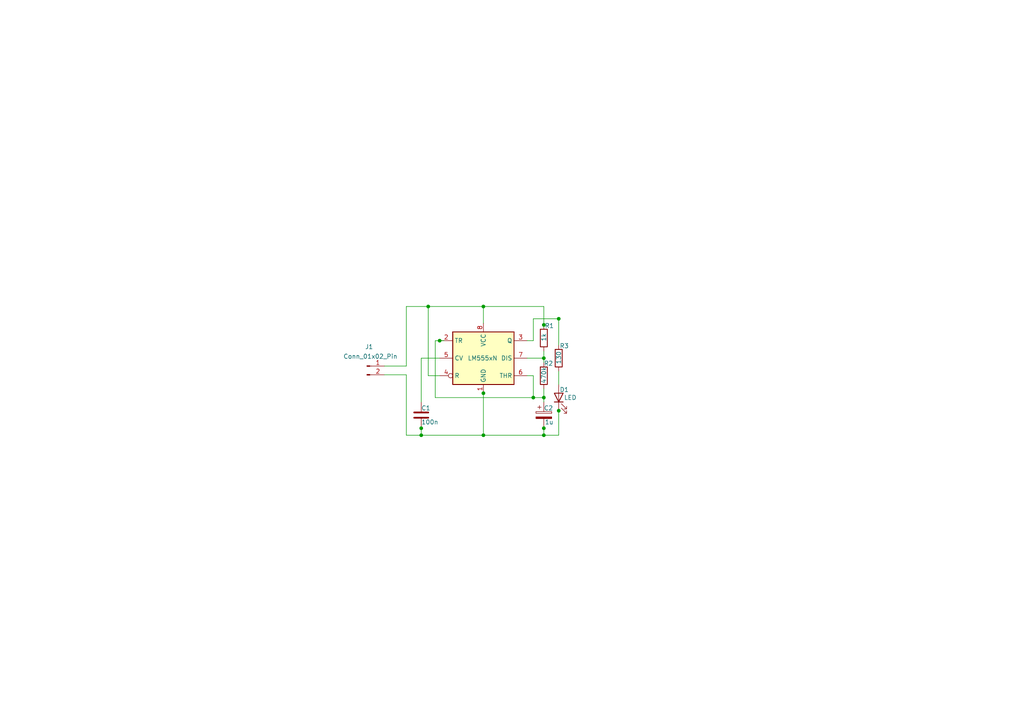
<source format=kicad_sch>
(kicad_sch (version 20230121) (generator eeschema)

  (uuid e6b84527-fa9f-4663-b85e-23ced1024e8b)

  (paper "A4")

  (lib_symbols
    (symbol "Connector:Conn_01x02_Pin" (pin_names (offset 1.016) hide) (in_bom yes) (on_board yes)
      (property "Reference" "J" (at 0 2.54 0)
        (effects (font (size 1.27 1.27)))
      )
      (property "Value" "Conn_01x02_Pin" (at 0 -5.08 0)
        (effects (font (size 1.27 1.27)))
      )
      (property "Footprint" "" (at 0 0 0)
        (effects (font (size 1.27 1.27)) hide)
      )
      (property "Datasheet" "~" (at 0 0 0)
        (effects (font (size 1.27 1.27)) hide)
      )
      (property "ki_locked" "" (at 0 0 0)
        (effects (font (size 1.27 1.27)))
      )
      (property "ki_keywords" "connector" (at 0 0 0)
        (effects (font (size 1.27 1.27)) hide)
      )
      (property "ki_description" "Generic connector, single row, 01x02, script generated" (at 0 0 0)
        (effects (font (size 1.27 1.27)) hide)
      )
      (property "ki_fp_filters" "Connector*:*_1x??_*" (at 0 0 0)
        (effects (font (size 1.27 1.27)) hide)
      )
      (symbol "Conn_01x02_Pin_1_1"
        (polyline
          (pts
            (xy 1.27 -2.54)
            (xy 0.8636 -2.54)
          )
          (stroke (width 0.1524) (type default))
          (fill (type none))
        )
        (polyline
          (pts
            (xy 1.27 0)
            (xy 0.8636 0)
          )
          (stroke (width 0.1524) (type default))
          (fill (type none))
        )
        (rectangle (start 0.8636 -2.413) (end 0 -2.667)
          (stroke (width 0.1524) (type default))
          (fill (type outline))
        )
        (rectangle (start 0.8636 0.127) (end 0 -0.127)
          (stroke (width 0.1524) (type default))
          (fill (type outline))
        )
        (pin passive line (at 5.08 0 180) (length 3.81)
          (name "Pin_1" (effects (font (size 1.27 1.27))))
          (number "1" (effects (font (size 1.27 1.27))))
        )
        (pin passive line (at 5.08 -2.54 180) (length 3.81)
          (name "Pin_2" (effects (font (size 1.27 1.27))))
          (number "2" (effects (font (size 1.27 1.27))))
        )
      )
    )
    (symbol "Device:C" (pin_numbers hide) (pin_names (offset 0.254)) (in_bom yes) (on_board yes)
      (property "Reference" "C" (at 0.635 2.54 0)
        (effects (font (size 1.27 1.27)) (justify left))
      )
      (property "Value" "C" (at 0.635 -2.54 0)
        (effects (font (size 1.27 1.27)) (justify left))
      )
      (property "Footprint" "" (at 0.9652 -3.81 0)
        (effects (font (size 1.27 1.27)) hide)
      )
      (property "Datasheet" "~" (at 0 0 0)
        (effects (font (size 1.27 1.27)) hide)
      )
      (property "ki_keywords" "cap capacitor" (at 0 0 0)
        (effects (font (size 1.27 1.27)) hide)
      )
      (property "ki_description" "Unpolarized capacitor" (at 0 0 0)
        (effects (font (size 1.27 1.27)) hide)
      )
      (property "ki_fp_filters" "C_*" (at 0 0 0)
        (effects (font (size 1.27 1.27)) hide)
      )
      (symbol "C_0_1"
        (polyline
          (pts
            (xy -2.032 -0.762)
            (xy 2.032 -0.762)
          )
          (stroke (width 0.508) (type default))
          (fill (type none))
        )
        (polyline
          (pts
            (xy -2.032 0.762)
            (xy 2.032 0.762)
          )
          (stroke (width 0.508) (type default))
          (fill (type none))
        )
      )
      (symbol "C_1_1"
        (pin passive line (at 0 3.81 270) (length 2.794)
          (name "~" (effects (font (size 1.27 1.27))))
          (number "1" (effects (font (size 1.27 1.27))))
        )
        (pin passive line (at 0 -3.81 90) (length 2.794)
          (name "~" (effects (font (size 1.27 1.27))))
          (number "2" (effects (font (size 1.27 1.27))))
        )
      )
    )
    (symbol "Device:C_Polarized" (pin_numbers hide) (pin_names (offset 0.254)) (in_bom yes) (on_board yes)
      (property "Reference" "C" (at 0.635 2.54 0)
        (effects (font (size 1.27 1.27)) (justify left))
      )
      (property "Value" "C_Polarized" (at 0.635 -2.54 0)
        (effects (font (size 1.27 1.27)) (justify left))
      )
      (property "Footprint" "" (at 0.9652 -3.81 0)
        (effects (font (size 1.27 1.27)) hide)
      )
      (property "Datasheet" "~" (at 0 0 0)
        (effects (font (size 1.27 1.27)) hide)
      )
      (property "ki_keywords" "cap capacitor" (at 0 0 0)
        (effects (font (size 1.27 1.27)) hide)
      )
      (property "ki_description" "Polarized capacitor" (at 0 0 0)
        (effects (font (size 1.27 1.27)) hide)
      )
      (property "ki_fp_filters" "CP_*" (at 0 0 0)
        (effects (font (size 1.27 1.27)) hide)
      )
      (symbol "C_Polarized_0_1"
        (rectangle (start -2.286 0.508) (end 2.286 1.016)
          (stroke (width 0) (type default))
          (fill (type none))
        )
        (polyline
          (pts
            (xy -1.778 2.286)
            (xy -0.762 2.286)
          )
          (stroke (width 0) (type default))
          (fill (type none))
        )
        (polyline
          (pts
            (xy -1.27 2.794)
            (xy -1.27 1.778)
          )
          (stroke (width 0) (type default))
          (fill (type none))
        )
        (rectangle (start 2.286 -0.508) (end -2.286 -1.016)
          (stroke (width 0) (type default))
          (fill (type outline))
        )
      )
      (symbol "C_Polarized_1_1"
        (pin passive line (at 0 3.81 270) (length 2.794)
          (name "~" (effects (font (size 1.27 1.27))))
          (number "1" (effects (font (size 1.27 1.27))))
        )
        (pin passive line (at 0 -3.81 90) (length 2.794)
          (name "~" (effects (font (size 1.27 1.27))))
          (number "2" (effects (font (size 1.27 1.27))))
        )
      )
    )
    (symbol "Device:LED" (pin_numbers hide) (pin_names (offset 1.016) hide) (in_bom yes) (on_board yes)
      (property "Reference" "D" (at 0 2.54 0)
        (effects (font (size 1.27 1.27)))
      )
      (property "Value" "LED" (at 0 -2.54 0)
        (effects (font (size 1.27 1.27)))
      )
      (property "Footprint" "" (at 0 0 0)
        (effects (font (size 1.27 1.27)) hide)
      )
      (property "Datasheet" "~" (at 0 0 0)
        (effects (font (size 1.27 1.27)) hide)
      )
      (property "ki_keywords" "LED diode" (at 0 0 0)
        (effects (font (size 1.27 1.27)) hide)
      )
      (property "ki_description" "Light emitting diode" (at 0 0 0)
        (effects (font (size 1.27 1.27)) hide)
      )
      (property "ki_fp_filters" "LED* LED_SMD:* LED_THT:*" (at 0 0 0)
        (effects (font (size 1.27 1.27)) hide)
      )
      (symbol "LED_0_1"
        (polyline
          (pts
            (xy -1.27 -1.27)
            (xy -1.27 1.27)
          )
          (stroke (width 0.254) (type default))
          (fill (type none))
        )
        (polyline
          (pts
            (xy -1.27 0)
            (xy 1.27 0)
          )
          (stroke (width 0) (type default))
          (fill (type none))
        )
        (polyline
          (pts
            (xy 1.27 -1.27)
            (xy 1.27 1.27)
            (xy -1.27 0)
            (xy 1.27 -1.27)
          )
          (stroke (width 0.254) (type default))
          (fill (type none))
        )
        (polyline
          (pts
            (xy -3.048 -0.762)
            (xy -4.572 -2.286)
            (xy -3.81 -2.286)
            (xy -4.572 -2.286)
            (xy -4.572 -1.524)
          )
          (stroke (width 0) (type default))
          (fill (type none))
        )
        (polyline
          (pts
            (xy -1.778 -0.762)
            (xy -3.302 -2.286)
            (xy -2.54 -2.286)
            (xy -3.302 -2.286)
            (xy -3.302 -1.524)
          )
          (stroke (width 0) (type default))
          (fill (type none))
        )
      )
      (symbol "LED_1_1"
        (pin passive line (at -3.81 0 0) (length 2.54)
          (name "K" (effects (font (size 1.27 1.27))))
          (number "1" (effects (font (size 1.27 1.27))))
        )
        (pin passive line (at 3.81 0 180) (length 2.54)
          (name "A" (effects (font (size 1.27 1.27))))
          (number "2" (effects (font (size 1.27 1.27))))
        )
      )
    )
    (symbol "Device:R" (pin_numbers hide) (pin_names (offset 0)) (in_bom yes) (on_board yes)
      (property "Reference" "R" (at 2.032 0 90)
        (effects (font (size 1.27 1.27)))
      )
      (property "Value" "R" (at 0 0 90)
        (effects (font (size 1.27 1.27)))
      )
      (property "Footprint" "" (at -1.778 0 90)
        (effects (font (size 1.27 1.27)) hide)
      )
      (property "Datasheet" "~" (at 0 0 0)
        (effects (font (size 1.27 1.27)) hide)
      )
      (property "ki_keywords" "R res resistor" (at 0 0 0)
        (effects (font (size 1.27 1.27)) hide)
      )
      (property "ki_description" "Resistor" (at 0 0 0)
        (effects (font (size 1.27 1.27)) hide)
      )
      (property "ki_fp_filters" "R_*" (at 0 0 0)
        (effects (font (size 1.27 1.27)) hide)
      )
      (symbol "R_0_1"
        (rectangle (start -1.016 -2.54) (end 1.016 2.54)
          (stroke (width 0.254) (type default))
          (fill (type none))
        )
      )
      (symbol "R_1_1"
        (pin passive line (at 0 3.81 270) (length 1.27)
          (name "~" (effects (font (size 1.27 1.27))))
          (number "1" (effects (font (size 1.27 1.27))))
        )
        (pin passive line (at 0 -3.81 90) (length 1.27)
          (name "~" (effects (font (size 1.27 1.27))))
          (number "2" (effects (font (size 1.27 1.27))))
        )
      )
    )
    (symbol "Timer:LM555xN" (in_bom yes) (on_board yes)
      (property "Reference" "U" (at -10.16 8.89 0)
        (effects (font (size 1.27 1.27)) (justify left))
      )
      (property "Value" "LM555xN" (at 2.54 8.89 0)
        (effects (font (size 1.27 1.27)) (justify left))
      )
      (property "Footprint" "Package_DIP:DIP-8_W7.62mm" (at 16.51 -10.16 0)
        (effects (font (size 1.27 1.27)) hide)
      )
      (property "Datasheet" "http://www.ti.com/lit/ds/symlink/lm555.pdf" (at 21.59 -10.16 0)
        (effects (font (size 1.27 1.27)) hide)
      )
      (property "ki_keywords" "single timer 555" (at 0 0 0)
        (effects (font (size 1.27 1.27)) hide)
      )
      (property "ki_description" "Timer, 555 compatible, PDIP-8" (at 0 0 0)
        (effects (font (size 1.27 1.27)) hide)
      )
      (property "ki_fp_filters" "DIP*W7.62mm*" (at 0 0 0)
        (effects (font (size 1.27 1.27)) hide)
      )
      (symbol "LM555xN_0_0"
        (pin power_in line (at 0 -10.16 90) (length 2.54)
          (name "GND" (effects (font (size 1.27 1.27))))
          (number "1" (effects (font (size 1.27 1.27))))
        )
        (pin power_in line (at 0 10.16 270) (length 2.54)
          (name "VCC" (effects (font (size 1.27 1.27))))
          (number "8" (effects (font (size 1.27 1.27))))
        )
      )
      (symbol "LM555xN_0_1"
        (rectangle (start -8.89 -7.62) (end 8.89 7.62)
          (stroke (width 0.254) (type default))
          (fill (type background))
        )
        (rectangle (start -8.89 -7.62) (end 8.89 7.62)
          (stroke (width 0.254) (type default))
          (fill (type background))
        )
      )
      (symbol "LM555xN_1_1"
        (pin input line (at -12.7 5.08 0) (length 3.81)
          (name "TR" (effects (font (size 1.27 1.27))))
          (number "2" (effects (font (size 1.27 1.27))))
        )
        (pin output line (at 12.7 5.08 180) (length 3.81)
          (name "Q" (effects (font (size 1.27 1.27))))
          (number "3" (effects (font (size 1.27 1.27))))
        )
        (pin input inverted (at -12.7 -5.08 0) (length 3.81)
          (name "R" (effects (font (size 1.27 1.27))))
          (number "4" (effects (font (size 1.27 1.27))))
        )
        (pin input line (at -12.7 0 0) (length 3.81)
          (name "CV" (effects (font (size 1.27 1.27))))
          (number "5" (effects (font (size 1.27 1.27))))
        )
        (pin input line (at 12.7 -5.08 180) (length 3.81)
          (name "THR" (effects (font (size 1.27 1.27))))
          (number "6" (effects (font (size 1.27 1.27))))
        )
        (pin input line (at 12.7 0 180) (length 3.81)
          (name "DIS" (effects (font (size 1.27 1.27))))
          (number "7" (effects (font (size 1.27 1.27))))
        )
      )
    )
  )

  (junction (at 140.208 88.9) (diameter 0) (color 0 0 0 0)
    (uuid 02df3e5e-3228-4aa6-a6f6-410c4dd2a7dc)
  )
  (junction (at 122.174 124.206) (diameter 0) (color 0 0 0 0)
    (uuid 24cfac47-5f1c-41c7-afc8-1109d0413c28)
  )
  (junction (at 124.206 88.9) (diameter 0) (color 0 0 0 0)
    (uuid 3ff8cc1f-67a5-485d-9f66-f96629d5f4f3)
  )
  (junction (at 122.174 126.238) (diameter 0) (color 0 0 0 0)
    (uuid 401e42f0-92e1-4a05-bb9e-ec7589ded823)
  )
  (junction (at 140.208 114.046) (diameter 0) (color 0 0 0 0)
    (uuid 44716806-84ea-409d-bd34-d1d85f3069ab)
  )
  (junction (at 162.052 92.456) (diameter 0) (color 0 0 0 0)
    (uuid 54377762-cf58-434d-aeff-9d56ed89a546)
  )
  (junction (at 157.734 103.886) (diameter 0) (color 0 0 0 0)
    (uuid 61e82147-7cc9-4429-ae78-8a2993429f38)
  )
  (junction (at 154.686 115.316) (diameter 0) (color 0 0 0 0)
    (uuid 738f889d-fc6e-44d8-b9d3-23c65bf2cd8a)
  )
  (junction (at 157.734 94.234) (diameter 0) (color 0 0 0 0)
    (uuid 84159b6c-6dbc-44f2-92ad-de73b032d5aa)
  )
  (junction (at 140.208 126.238) (diameter 0) (color 0 0 0 0)
    (uuid 874e765d-7295-4790-a3ac-11d20dc01f53)
  )
  (junction (at 157.734 124.206) (diameter 0) (color 0 0 0 0)
    (uuid 8e5f5dc8-628c-46fb-8dda-13e4da63fba7)
  )
  (junction (at 127.508 98.806) (diameter 0) (color 0 0 0 0)
    (uuid 95695939-89df-494a-9e2e-bd3d476ac56e)
  )
  (junction (at 162.052 119.126) (diameter 0) (color 0 0 0 0)
    (uuid c25cf41f-888e-47d0-88cd-f51473e20384)
  )
  (junction (at 157.734 115.316) (diameter 0) (color 0 0 0 0)
    (uuid dbcdadd3-7dc0-4492-8646-81e85b8f0e89)
  )
  (junction (at 157.734 126.238) (diameter 0) (color 0 0 0 0)
    (uuid e9173996-7dde-41bd-8660-4d0400a70a2b)
  )

  (wire (pts (xy 154.686 115.316) (xy 157.734 115.316))
    (stroke (width 0) (type default))
    (uuid 010bc0f8-3345-4e96-8405-c486cc7bb89e)
  )
  (wire (pts (xy 157.734 123.698) (xy 157.734 124.206))
    (stroke (width 0) (type default))
    (uuid 0ae49f3a-6a3e-4f6c-9620-1c8d4490c254)
  )
  (wire (pts (xy 111.506 106.172) (xy 117.856 106.172))
    (stroke (width 0) (type default))
    (uuid 18562774-6337-45f2-9643-4e2c0afcfdfb)
  )
  (wire (pts (xy 162.052 119.126) (xy 162.052 126.238))
    (stroke (width 0) (type default))
    (uuid 1cc739f7-eb81-410d-82c4-ef6757305c55)
  )
  (wire (pts (xy 122.174 103.886) (xy 122.174 116.586))
    (stroke (width 0) (type default))
    (uuid 23c7611b-8b8a-4706-a5b7-6415bf500349)
  )
  (wire (pts (xy 157.734 94.234) (xy 157.734 94.996))
    (stroke (width 0) (type default))
    (uuid 2e25b305-6bcd-4a9a-8749-bbf84335351a)
  )
  (wire (pts (xy 157.734 112.776) (xy 157.734 115.316))
    (stroke (width 0) (type default))
    (uuid 31232792-28cb-4359-8a1b-350f4d7caa72)
  )
  (wire (pts (xy 157.734 126.238) (xy 140.208 126.238))
    (stroke (width 0) (type default))
    (uuid 37ef1638-d312-4baa-a83d-98cd2927af31)
  )
  (wire (pts (xy 152.908 103.886) (xy 157.734 103.886))
    (stroke (width 0) (type default))
    (uuid 3c904049-0edb-428a-945d-54551dd5d91d)
  )
  (wire (pts (xy 127.508 103.886) (xy 122.174 103.886))
    (stroke (width 0) (type default))
    (uuid 3ca1a731-b1e8-4735-8533-a68ccb0ea451)
  )
  (wire (pts (xy 127.508 108.966) (xy 124.206 108.966))
    (stroke (width 0) (type default))
    (uuid 42c853d5-4337-4e51-ab35-cb54dd438ccc)
  )
  (wire (pts (xy 126.238 115.316) (xy 154.686 115.316))
    (stroke (width 0) (type default))
    (uuid 43517179-448a-4873-8ffa-1df76c22c08e)
  )
  (wire (pts (xy 127.508 98.806) (xy 128.778 98.806))
    (stroke (width 0) (type default))
    (uuid 5b025257-be88-4040-8fbf-8c1857696469)
  )
  (wire (pts (xy 157.734 115.316) (xy 157.734 116.586))
    (stroke (width 0) (type default))
    (uuid 640ac573-8292-4dd1-808a-ef58fb7d8618)
  )
  (wire (pts (xy 154.686 98.806) (xy 154.686 92.456))
    (stroke (width 0) (type default))
    (uuid 6486eec4-03d3-4ee3-819b-e473ebad2387)
  )
  (wire (pts (xy 122.174 123.698) (xy 122.174 124.206))
    (stroke (width 0) (type default))
    (uuid 651a2e54-f704-4f04-9d56-71a87341a193)
  )
  (wire (pts (xy 162.052 118.618) (xy 162.052 119.126))
    (stroke (width 0) (type default))
    (uuid 676ee320-5da1-49bf-81dc-d5714cb1349c)
  )
  (wire (pts (xy 157.734 101.854) (xy 157.734 103.886))
    (stroke (width 0) (type default))
    (uuid 68a7a291-9f3c-4154-bd4d-84cab6015ba0)
  )
  (wire (pts (xy 124.206 108.966) (xy 124.206 88.9))
    (stroke (width 0) (type default))
    (uuid 6e9931c2-4c32-45be-8ee7-e59cb8c50f9a)
  )
  (wire (pts (xy 162.052 126.238) (xy 157.734 126.238))
    (stroke (width 0) (type default))
    (uuid 703aa7ca-fb10-44b5-b9ae-650c05506955)
  )
  (wire (pts (xy 126.238 98.806) (xy 126.238 115.316))
    (stroke (width 0) (type default))
    (uuid 75f18f47-c028-4047-b405-e42de605b30e)
  )
  (wire (pts (xy 140.208 88.9) (xy 140.208 93.726))
    (stroke (width 0) (type default))
    (uuid 77fc94df-359a-4887-9b65-71a6f8dd2788)
  )
  (wire (pts (xy 122.174 124.206) (xy 122.174 126.238))
    (stroke (width 0) (type default))
    (uuid 796413b0-eb60-4a7e-b36f-d1a0d610c873)
  )
  (wire (pts (xy 140.208 113.538) (xy 140.208 114.046))
    (stroke (width 0) (type default))
    (uuid 85a7398c-e48b-4d2f-a33a-c3173f56e0fb)
  )
  (wire (pts (xy 117.856 108.712) (xy 117.856 126.238))
    (stroke (width 0) (type default))
    (uuid 8dbaed0f-4900-498f-91d5-44c903c1de95)
  )
  (wire (pts (xy 162.052 92.456) (xy 162.052 100.076))
    (stroke (width 0) (type default))
    (uuid 8e8ffd03-6778-4511-8090-54a57ca3f1c0)
  )
  (wire (pts (xy 162.052 92.456) (xy 162.306 92.456))
    (stroke (width 0) (type default))
    (uuid 9199ba61-ab47-48bc-ab66-2217487b59db)
  )
  (wire (pts (xy 152.908 98.806) (xy 154.686 98.806))
    (stroke (width 0) (type default))
    (uuid 96cf8d6e-0a8d-40da-b47d-5524f625fc73)
  )
  (wire (pts (xy 154.686 92.456) (xy 162.052 92.456))
    (stroke (width 0) (type default))
    (uuid 98ee6d3b-3586-46c7-9d85-ecd47c3a92b2)
  )
  (wire (pts (xy 154.686 108.966) (xy 154.686 115.316))
    (stroke (width 0) (type default))
    (uuid 9c8b06ac-d6d9-429f-aea2-da39facd7d47)
  )
  (wire (pts (xy 126.238 98.806) (xy 127.508 98.806))
    (stroke (width 0) (type default))
    (uuid aafaaaf0-dbcb-4047-b0a0-801e2d79c9b5)
  )
  (wire (pts (xy 122.174 126.238) (xy 117.856 126.238))
    (stroke (width 0) (type default))
    (uuid b2428d00-0f5d-43a3-85c3-18cef8a88064)
  )
  (wire (pts (xy 154.686 108.966) (xy 152.908 108.966))
    (stroke (width 0) (type default))
    (uuid b30501a8-5937-40cb-96af-78b52a88062c)
  )
  (wire (pts (xy 162.306 92.202) (xy 162.306 92.456))
    (stroke (width 0) (type default))
    (uuid b9e63eb9-3a44-4de1-a028-e12b13677c3d)
  )
  (wire (pts (xy 124.206 88.9) (xy 140.208 88.9))
    (stroke (width 0) (type default))
    (uuid d3d84791-6f9f-4ec1-b979-bfad36f8941a)
  )
  (wire (pts (xy 157.734 124.206) (xy 157.734 126.238))
    (stroke (width 0) (type default))
    (uuid d76a7535-4422-494a-9087-df21b680102b)
  )
  (wire (pts (xy 111.506 108.712) (xy 117.856 108.712))
    (stroke (width 0) (type default))
    (uuid dad6fb8f-e18b-40fa-8253-aab6b9a6d791)
  )
  (wire (pts (xy 162.052 107.696) (xy 162.052 111.506))
    (stroke (width 0) (type default))
    (uuid e01630f4-ecfc-43c3-9879-2d3d982b0ac3)
  )
  (wire (pts (xy 117.856 88.9) (xy 117.856 106.172))
    (stroke (width 0) (type default))
    (uuid e5404476-d903-4c3a-a0e4-5a5c9a8c83db)
  )
  (wire (pts (xy 157.734 88.9) (xy 140.208 88.9))
    (stroke (width 0) (type default))
    (uuid ec226af4-e21c-485a-8797-a1e7ac693ed0)
  )
  (wire (pts (xy 157.734 88.9) (xy 157.734 94.234))
    (stroke (width 0) (type default))
    (uuid f764b96e-436d-4c55-adfd-c672b55dcfda)
  )
  (wire (pts (xy 122.174 126.238) (xy 140.208 126.238))
    (stroke (width 0) (type default))
    (uuid fae1b4e7-8a0d-4a10-8c5b-254e4280f195)
  )
  (wire (pts (xy 157.734 103.886) (xy 157.734 105.156))
    (stroke (width 0) (type default))
    (uuid fc54d351-694e-4994-b563-0ed65e726b2d)
  )
  (wire (pts (xy 117.856 88.9) (xy 124.206 88.9))
    (stroke (width 0) (type default))
    (uuid fd3c8cbb-65cf-4f52-89ad-95582551e3ce)
  )
  (wire (pts (xy 140.208 114.046) (xy 140.208 126.238))
    (stroke (width 0) (type default))
    (uuid ffbb0526-b5d4-4d65-a5be-d5610deaf2be)
  )

  (symbol (lib_id "Device:LED") (at 162.052 115.316 90) (unit 1)
    (in_bom yes) (on_board yes) (dnp no)
    (uuid 05c85e1e-5117-4ea2-a195-d07948c091f8)
    (property "Reference" "D1" (at 162.306 113.03 90)
      (effects (font (size 1.27 1.27)) (justify right))
    )
    (property "Value" "LED" (at 163.576 115.316 90)
      (effects (font (size 1.27 1.27)) (justify right))
    )
    (property "Footprint" "LED_THT:LED_D3.0mm" (at 162.052 115.316 0)
      (effects (font (size 1.27 1.27)) hide)
    )
    (property "Datasheet" "~" (at 162.052 115.316 0)
      (effects (font (size 1.27 1.27)) hide)
    )
    (pin "1" (uuid 9e15ae79-0f5d-4155-bb07-84f45c5c4752))
    (pin "2" (uuid c4834efd-7d5f-43d5-a806-1aa286bf6522))
    (instances
      (project "teste1"
        (path "/6ed806b9-5441-49b1-813d-4e12956b001d"
          (reference "D1") (unit 1)
        )
      )
      (project "teste"
        (path "/8f8dade7-117a-4c28-8b44-fdaf73bab47a"
          (reference "D2") (unit 1)
        )
      )
      (project "Pisca-Pisca_LM555"
        (path "/e6b84527-fa9f-4663-b85e-23ced1024e8b"
          (reference "D1") (unit 1)
        )
      )
    )
  )

  (symbol (lib_id "Timer:LM555xN") (at 140.208 103.886 0) (unit 1)
    (in_bom yes) (on_board yes) (dnp no)
    (uuid 34888251-209f-4e84-8b42-174aa5c8dd46)
    (property "Reference" "U1" (at 142.1639 91.186 0)
      (effects (font (size 1.27 1.27)) (justify left) hide)
    )
    (property "Value" "LM555xN" (at 135.636 103.886 0)
      (effects (font (size 1.27 1.27)) (justify left))
    )
    (property "Footprint" "Package_DIP:DIP-8_W7.62mm" (at 156.718 114.046 0)
      (effects (font (size 1.27 1.27)) hide)
    )
    (property "Datasheet" "http://www.ti.com/lit/ds/symlink/lm555.pdf" (at 161.798 114.046 0)
      (effects (font (size 1.27 1.27)) hide)
    )
    (pin "1" (uuid 9e542502-e13e-4cc5-91ac-c784330e864b))
    (pin "8" (uuid 82e3781c-325b-4896-ad68-62eb17974c7b))
    (pin "2" (uuid 8d044fae-3b7f-4a7b-8251-8369481b96d6))
    (pin "3" (uuid f3a9ee3d-b74f-43db-9748-6971413e30eb))
    (pin "4" (uuid b1c1f654-3c97-45b6-82dc-ccdc41ccb6c1))
    (pin "5" (uuid 86c891e0-20ac-43b4-bc4e-394cac0cf251))
    (pin "6" (uuid 6946d56f-7a45-43cc-80f1-3c489f197558))
    (pin "7" (uuid 09954a6c-ed2e-45bc-8cd8-329f4b93880a))
    (instances
      (project "teste1"
        (path "/6ed806b9-5441-49b1-813d-4e12956b001d"
          (reference "U1") (unit 1)
        )
      )
      (project "teste"
        (path "/8f8dade7-117a-4c28-8b44-fdaf73bab47a"
          (reference "U2") (unit 1)
        )
      )
      (project "Pisca-Pisca_LM555"
        (path "/e6b84527-fa9f-4663-b85e-23ced1024e8b"
          (reference "U1") (unit 1)
        )
      )
    )
  )

  (symbol (lib_id "Device:R") (at 157.734 98.044 0) (unit 1)
    (in_bom yes) (on_board yes) (dnp no)
    (uuid 4a52ac1f-90ba-4804-bbfb-e0896fa93d91)
    (property "Reference" "R1" (at 157.988 94.488 0)
      (effects (font (size 1.27 1.27)) (justify left))
    )
    (property "Value" "1k" (at 157.734 99.06 90)
      (effects (font (size 1.27 1.27)) (justify left))
    )
    (property "Footprint" "Resistor_THT:R_Axial_DIN0204_L3.6mm_D1.6mm_P7.62mm_Horizontal" (at 155.956 98.044 90)
      (effects (font (size 1.27 1.27)) hide)
    )
    (property "Datasheet" "~" (at 157.734 98.044 0)
      (effects (font (size 1.27 1.27)) hide)
    )
    (pin "1" (uuid 3a95e602-ede8-4d71-b22c-ecb788a2532c))
    (pin "2" (uuid fb1c4d6a-6b76-4126-aa50-fba0039dee6c))
    (instances
      (project "teste1"
        (path "/6ed806b9-5441-49b1-813d-4e12956b001d"
          (reference "R1") (unit 1)
        )
      )
      (project "teste"
        (path "/8f8dade7-117a-4c28-8b44-fdaf73bab47a"
          (reference "R2") (unit 1)
        )
      )
      (project "Pisca-Pisca_LM555"
        (path "/e6b84527-fa9f-4663-b85e-23ced1024e8b"
          (reference "R1") (unit 1)
        )
      )
    )
  )

  (symbol (lib_id "Device:R") (at 162.052 103.886 0) (unit 1)
    (in_bom yes) (on_board yes) (dnp no)
    (uuid 503156e7-b2e4-49b0-af5e-42795d85a556)
    (property "Reference" "R3" (at 162.306 100.33 0)
      (effects (font (size 1.27 1.27)) (justify left))
    )
    (property "Value" "130" (at 162.052 105.664 90)
      (effects (font (size 1.27 1.27)) (justify left))
    )
    (property "Footprint" "Resistor_THT:R_Axial_DIN0204_L3.6mm_D1.6mm_P7.62mm_Horizontal" (at 160.274 103.886 90)
      (effects (font (size 1.27 1.27)) hide)
    )
    (property "Datasheet" "~" (at 162.052 103.886 0)
      (effects (font (size 1.27 1.27)) hide)
    )
    (pin "1" (uuid 40b417ed-3d18-44cd-bf02-2620116a0f41))
    (pin "2" (uuid ff5cc64c-7a5c-4599-a57d-c3131607e9bd))
    (instances
      (project "teste1"
        (path "/6ed806b9-5441-49b1-813d-4e12956b001d"
          (reference "R3") (unit 1)
        )
      )
      (project "teste"
        (path "/8f8dade7-117a-4c28-8b44-fdaf73bab47a"
          (reference "R1") (unit 1)
        )
      )
      (project "Pisca-Pisca_LM555"
        (path "/e6b84527-fa9f-4663-b85e-23ced1024e8b"
          (reference "R3") (unit 1)
        )
      )
    )
  )

  (symbol (lib_id "Device:C_Polarized") (at 157.734 120.396 0) (unit 1)
    (in_bom yes) (on_board yes) (dnp no)
    (uuid 5c5e0e91-0253-4d2b-9649-ad4f9d5f0890)
    (property "Reference" "C2" (at 157.734 118.364 0)
      (effects (font (size 1.27 1.27)) (justify left))
    )
    (property "Value" "1u" (at 157.988 122.428 0)
      (effects (font (size 1.27 1.27)) (justify left))
    )
    (property "Footprint" "Capacitor_THT:CP_Radial_D5.0mm_P2.50mm" (at 158.6992 124.206 0)
      (effects (font (size 1.27 1.27)) hide)
    )
    (property "Datasheet" "~" (at 157.734 120.396 0)
      (effects (font (size 1.27 1.27)) hide)
    )
    (pin "1" (uuid 43525d41-6d82-485d-883a-5b020af094ae))
    (pin "2" (uuid dfef0381-1a10-4c8b-bfa1-103c358f4bc7))
    (instances
      (project "teste1"
        (path "/6ed806b9-5441-49b1-813d-4e12956b001d"
          (reference "C2") (unit 1)
        )
      )
      (project "teste"
        (path "/8f8dade7-117a-4c28-8b44-fdaf73bab47a"
          (reference "C2") (unit 1)
        )
      )
      (project "Pisca-Pisca_LM555"
        (path "/e6b84527-fa9f-4663-b85e-23ced1024e8b"
          (reference "C2") (unit 1)
        )
      )
    )
  )

  (symbol (lib_id "Connector:Conn_01x02_Pin") (at 106.426 106.172 0) (unit 1)
    (in_bom yes) (on_board yes) (dnp no)
    (uuid 6139842c-9243-46cb-8341-d15078cbf0dc)
    (property "Reference" "J1" (at 107.061 100.584 0)
      (effects (font (size 1.27 1.27)))
    )
    (property "Value" "Conn_01x02_Pin" (at 107.442 103.378 0)
      (effects (font (size 1.27 1.27)))
    )
    (property "Footprint" "Connector_PinHeader_2.54mm:PinHeader_1x02_P2.54mm_Vertical" (at 106.426 106.172 0)
      (effects (font (size 1.27 1.27)) hide)
    )
    (property "Datasheet" "~" (at 106.426 106.172 0)
      (effects (font (size 1.27 1.27)) hide)
    )
    (pin "1" (uuid 25cd4887-14ec-4421-802f-d54dbdfe7665))
    (pin "2" (uuid c6f088ce-1cdd-43d1-8e49-b590459437c6))
    (instances
      (project "teste1"
        (path "/6ed806b9-5441-49b1-813d-4e12956b001d"
          (reference "J1") (unit 1)
        )
      )
      (project "teste"
        (path "/8f8dade7-117a-4c28-8b44-fdaf73bab47a"
          (reference "J1") (unit 1)
        )
      )
      (project "Pisca-Pisca_LM555"
        (path "/e6b84527-fa9f-4663-b85e-23ced1024e8b"
          (reference "J1") (unit 1)
        )
      )
    )
  )

  (symbol (lib_id "Device:C") (at 122.174 120.396 0) (unit 1)
    (in_bom yes) (on_board yes) (dnp no)
    (uuid 6e866c06-8d02-40ca-9df9-913704d4f057)
    (property "Reference" "C1" (at 122.174 118.364 0)
      (effects (font (size 1.27 1.27)) (justify left))
    )
    (property "Value" "100n" (at 122.174 122.428 0)
      (effects (font (size 1.27 1.27)) (justify left))
    )
    (property "Footprint" "Capacitor_THT:C_Disc_D3.0mm_W1.6mm_P2.50mm" (at 123.1392 124.206 0)
      (effects (font (size 1.27 1.27)) hide)
    )
    (property "Datasheet" "~" (at 122.174 120.396 0)
      (effects (font (size 1.27 1.27)) hide)
    )
    (pin "1" (uuid 25ce471f-e13c-416e-a367-daf4c6469acf))
    (pin "2" (uuid c1380c6b-136b-4e34-98e4-67b330ef4f77))
    (instances
      (project "teste1"
        (path "/6ed806b9-5441-49b1-813d-4e12956b001d"
          (reference "C1") (unit 1)
        )
      )
      (project "teste"
        (path "/8f8dade7-117a-4c28-8b44-fdaf73bab47a"
          (reference "C1") (unit 1)
        )
      )
      (project "Pisca-Pisca_LM555"
        (path "/e6b84527-fa9f-4663-b85e-23ced1024e8b"
          (reference "C1") (unit 1)
        )
      )
    )
  )

  (symbol (lib_id "Device:R") (at 157.734 108.966 0) (unit 1)
    (in_bom yes) (on_board yes) (dnp no)
    (uuid 99e15f05-4345-4b9f-9857-ac95103e41ca)
    (property "Reference" "R2" (at 157.734 105.41 0)
      (effects (font (size 1.27 1.27)) (justify left))
    )
    (property "Value" "470k" (at 157.734 111.252 90)
      (effects (font (size 1.27 1.27)) (justify left))
    )
    (property "Footprint" "Resistor_THT:R_Axial_DIN0204_L3.6mm_D1.6mm_P7.62mm_Horizontal" (at 155.956 108.966 90)
      (effects (font (size 1.27 1.27)) hide)
    )
    (property "Datasheet" "~" (at 157.734 108.966 0)
      (effects (font (size 1.27 1.27)) hide)
    )
    (pin "1" (uuid 3c794d12-29c3-4bf4-84e4-412faed155a5))
    (pin "2" (uuid 5100924e-3ae6-40a4-9451-45cc1b187212))
    (instances
      (project "teste1"
        (path "/6ed806b9-5441-49b1-813d-4e12956b001d"
          (reference "R2") (unit 1)
        )
      )
      (project "teste"
        (path "/8f8dade7-117a-4c28-8b44-fdaf73bab47a"
          (reference "R3") (unit 1)
        )
      )
      (project "Pisca-Pisca_LM555"
        (path "/e6b84527-fa9f-4663-b85e-23ced1024e8b"
          (reference "R2") (unit 1)
        )
      )
    )
  )

  (sheet_instances
    (path "/" (page "1"))
  )
)

</source>
